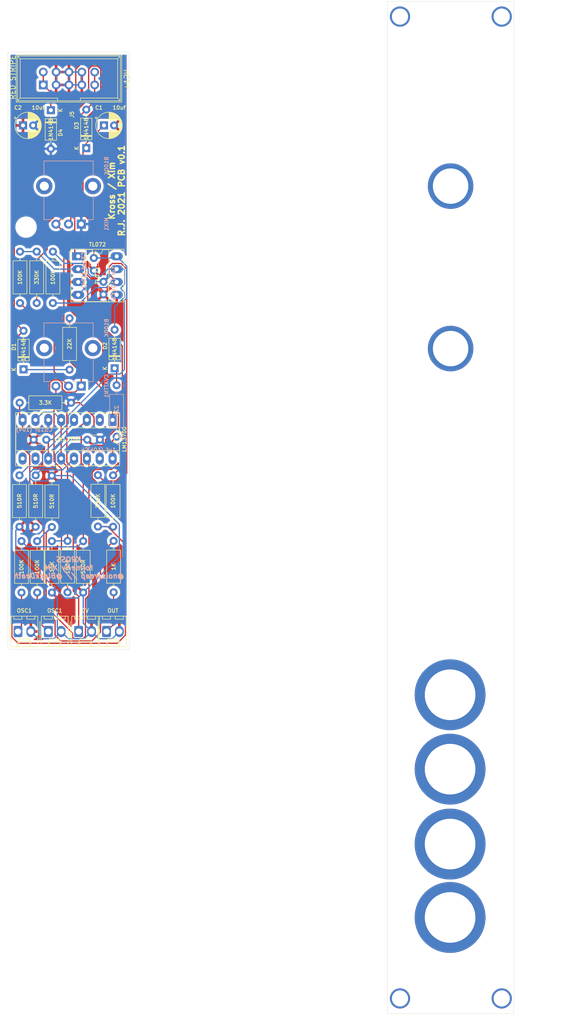
<source format=kicad_pcb>
(kicad_pcb (version 20171130) (host pcbnew "(5.1.12-1-10_14)")
  (layers (0 F.Cu signal) (31 B.Cu signal) (34 B.Paste user) (35 F.Paste user) (36 B.SilkS user) (37 F.SilkS user) (38 B.Mask user) (39 F.Mask user) (44 Edge.Cuts user))
  (net 0 "")
  (net 1 "Net-(C1-Pad1)")
  (net 2 "Net-(C2-Pad2)")
  (net 3 "Net-(CVATTN1-Pad3)")
  (net 4 "Net-(CVATTN1-Pad2)")
  (net 5 "Net-(CVATTN1-Pad1)")
  (net 6 GND)
  (net 7 "Net-(J2-Pad1)")
  (net 8 "Net-(J3-Pad1)")
  (net 9 "Net-(J4-Pad1)")
  (net 10 "Net-(MIX1-Pad2)")
  (net 11 "Net-(R11-Pad1)")
  (net 12 "Net-(U1-Pad9)")
  (net 13 "Net-(U1-Pad2)")
  (net 14 "Net-(U1-Pad10)")
  (net 15 "Net-(R1-Pad2)")
  (net 16 "Net-(R7-Pad2)")
  (net 17 "Net-(R14-Pad1)")
  (net 18 "Net-(R8-Pad2)")
  (net 19 "Net-(R2-Pad2)")
  (net 20 "Net-(U1-Pad15)")
  (net 21 "Net-(R16-Pad2)")
  (net 22 "Net-(R12-Pad1)")
  (net 23 "Net-(D1-Pad2)")
  (net 24 "Net-(R3-Pad2)")
  (net 25 "Net-(R10-Pad2)")
  (net 26 "Net-(D2-Pad2)")
  (net 27 "Net-(D1-Pad1)")
  (net 28 "Net-(D2-Pad1)")
  (net 29 "Net-(D4-Pad1)")
  (module ao_panel:Kosmo_Pot_Hole (layer F.Cu) (at 112.5 88.6)
    (fp_text reference REF** hide)
    (fp_text value Kosmo_Pot_Hole)
    (pad 1 thru_hole circle (at 0 0) (size 9 9) (drill 7) (layers *.Cu *.Mask))
  )
  (module ao_panel:Kosmo_Pot_Hole (layer F.Cu) (at 112.5 56.5)
    (fp_text reference REF** hide)
    (fp_text value Kosmo_Pot_Hole)
    (pad 1 thru_hole circle (at 0 0) (size 9 9) (drill 7) (layers *.Cu *.Mask))
  )
  (module ao_panel:Kosmo_Panel_Dual_Mounting_Holes (layer F.Cu) (at 122.6 217)
    (fp_text reference REF** hide)
    (fp_text value Kosmo_Panel_Dual_Mounting_Holes)
    (pad 1 thru_hole circle (at 0 -194) (size 4 4) (drill 3.2) (layers *.Cu *.Mask))
    (pad 1 thru_hole circle (at 0 0) (size 4 4) (drill 3.2) (layers *.Cu *.Mask))
  )
  (module ao_panel:Kosmo_Panel_Dual_Mounting_Holes (layer F.Cu) (at 102.5 217)
    (fp_text reference REF** hide)
    (fp_text value Kosmo_Panel_Dual_Mounting_Holes)
    (pad 1 thru_hole circle (at 0 -194) (size 4 4) (drill 3.2) (layers *.Cu *.Mask))
    (pad 1 thru_hole circle (at 0 0) (size 4 4) (drill 3.2) (layers *.Cu *.Mask))
  )
  (module ao_panel:Kosmo_Jack_Hole (layer F.Cu) (at 112.4 157)
    (fp_text reference REF** hide)
    (fp_text value Kosmo_Jack_Hole)
    (pad 1 thru_hole circle (at 0 0) (size 14 14) (drill 10) (layers *.Cu *.Mask))
  )
  (module ao_panel:Kosmo_Jack_Hole (layer F.Cu) (at 112.4 171.7)
    (fp_text reference REF** hide)
    (fp_text value Kosmo_Jack_Hole)
    (pad 1 thru_hole circle (at 0 0) (size 14 14) (drill 10) (layers *.Cu *.Mask))
  )
  (module ao_panel:Kosmo_Jack_Hole (layer F.Cu) (at 112.4 186.5)
    (fp_text reference REF** hide)
    (fp_text value Kosmo_Jack_Hole)
    (pad 1 thru_hole circle (at 0 0) (size 14 14) (drill 10) (layers *.Cu *.Mask))
  )
  (module ao_panel:Kosmo_Jack_Hole (layer F.Cu) (at 112.4 201)
    (fp_text reference REF** hide)
    (fp_text value Kosmo_Jack_Hole)
    (pad 1 thru_hole circle (at 0 0) (size 14 14) (drill 10) (layers *.Cu *.Mask))
  )
  (module ao_tht:CP_Radial_D5.0mm_P2.00mm (layer F.Cu) (at 44 44.5)
    (fp_text reference C1 (at -1 -3.5) (layer F.SilkS) (effects (font (size 0.75 0.75))))
    (fp_text value 10uf)
    (fp_text user %V (at 3 -3.5) (layer F.SilkS) (effects (font (size 0.75 0.75))))
    (pad 1 thru_hole rect (at 0 0) (size 1.6 1.6) (drill 0.8) (layers *.Cu *.Mask) (net 1 "Net-(C1-Pad1)"))
    (pad 2 thru_hole circle (at 2 0) (size 1.6 1.6) (drill 0.8) (layers *.Cu *.Mask) (net 6 GND))
  )
  (module ao_tht:CP_Radial_D5.0mm_P2.00mm (layer F.Cu) (at 28 44.5)
    (fp_text reference C2 (at -1 -3.5) (layer F.SilkS) (effects (font (size 0.75 0.75))))
    (fp_text value 10uf)
    (fp_text user %V (at 3 -3.5) (layer F.SilkS) (effects (font (size 0.75 0.75))))
    (pad 2 thru_hole circle (at 2 0) (size 1.6 1.6) (drill 0.8) (layers *.Cu *.Mask) (net 2 "Net-(C2-Pad2)"))
    (pad 1 thru_hole rect (at 0 0) (size 1.6 1.6) (drill 0.8) (layers *.Cu *.Mask) (net 6 GND))
  )
  (module ao_tht:C_Disc_D3.0mm_W1.6mm_P2.50mm (layer B.Cu) (at 42 70.7 270)
    (fp_text reference C3 (at -0.5 2 270) (layer B.SilkS) (effects (font (size 0.75 0.75)) (justify mirror)))
    (fp_text value ".1uf (104)")
    (fp_text user %V (at 3 2 270) (layer B.SilkS) (effects (font (size 0.75 0.75)) (justify mirror)))
    (pad 1 thru_hole circle (at 0 0 270) (size 1.6 1.6) (drill 0.8) (layers *.Cu *.Mask) (net 1 "Net-(C1-Pad1)"))
    (pad 2 thru_hole circle (at 2.5 0 270) (size 1.6 1.6) (drill 0.8) (layers *.Cu *.Mask) (net 6 GND))
  )
  (module ao_tht:C_Disc_D3.0mm_W1.6mm_P2.50mm (layer B.Cu) (at 40.7 106.6)
    (fp_text reference C4 (at -0.5 2 180) (layer B.SilkS) (effects (font (size 0.75 0.75)) (justify mirror)))
    (fp_text value ".1uf (104)")
    (fp_text user %V (at 3 2 180) (layer B.SilkS) (effects (font (size 0.75 0.75)) (justify mirror)))
    (pad 1 thru_hole circle (at 0 0) (size 1.6 1.6) (drill 0.8) (layers *.Cu *.Mask) (net 6 GND))
    (pad 2 thru_hole circle (at 2.5 0) (size 1.6 1.6) (drill 0.8) (layers *.Cu *.Mask) (net 2 "Net-(C2-Pad2)"))
  )
  (module ao_tht:C_Disc_D3.0mm_W1.6mm_P2.50mm (layer B.Cu) (at 32.6 106.6 180)
    (fp_text reference C5 (at -0.5 2) (layer B.SilkS) (effects (font (size 0.75 0.75)) (justify mirror)))
    (fp_text value ".1uf (104)")
    (fp_text user %V (at 3 2) (layer B.SilkS) (effects (font (size 0.75 0.75)) (justify mirror)))
    (pad 2 thru_hole circle (at 2.5 0 180) (size 1.6 1.6) (drill 0.8) (layers *.Cu *.Mask) (net 6 GND))
    (pad 1 thru_hole circle (at 0 0 180) (size 1.6 1.6) (drill 0.8) (layers *.Cu *.Mask) (net 1 "Net-(C1-Pad1)"))
  )
  (module ao_tht:C_Disc_D3.0mm_W1.6mm_P2.50mm (layer B.Cu) (at 43.9 77.9 90)
    (fp_text reference C6 (at -0.5 2 -90) (layer B.SilkS) (effects (font (size 0.75 0.75)) (justify mirror)))
    (fp_text value ".1uf (104)")
    (fp_text user %V (at 3 2 -90) (layer B.SilkS) (effects (font (size 0.75 0.75)) (justify mirror)))
    (pad 2 thru_hole circle (at 2.5 0 90) (size 1.6 1.6) (drill 0.8) (layers *.Cu *.Mask) (net 2 "Net-(C2-Pad2)"))
    (pad 1 thru_hole circle (at 0 0 90) (size 1.6 1.6) (drill 0.8) (layers *.Cu *.Mask) (net 6 GND))
  )
  (module ao_tht:Potentiometer_Alpha_RD901F-40-00D_Single_Vertical_CircularHoles_centered (layer B.Cu) (at 37 88.5 90)
    (fp_text reference CVATTN1 (at -7.5 7.5 270) (layer B.SilkS) (effects (font (size 0.75 0.75)) (justify mirror)))
    (fp_text value B100K)
    (fp_text user %V (at 4 7.5 90) (layer B.SilkS) (effects (font (size 0.75 0.75)) (justify mirror)))
    (pad "" thru_hole circle (at 0 4.8) (size 3.24 3.24) (drill 1.8) (layers *.Cu *.Mask))
    (pad "" thru_hole circle (at 0 -4.8) (size 3.24 3.24) (drill 1.8) (layers *.Cu *.Mask))
    (pad 3 thru_hole circle (at -7.5 -2.5) (size 1.8 1.8) (drill 1) (layers *.Cu *.Mask) (net 3 "Net-(CVATTN1-Pad3)"))
    (pad 2 thru_hole circle (at -7.5 0) (size 1.8 1.8) (drill 1) (layers *.Cu *.Mask) (net 4 "Net-(CVATTN1-Pad2)"))
    (pad 1 thru_hole rect (at -7.5 2.5) (size 1.8 1.8) (drill 1) (layers *.Cu *.Mask) (net 5 "Net-(CVATTN1-Pad1)"))
  )
  (module ao_tht:D_DO-35_SOD27_P7.62mm_Horizontal (layer F.Cu) (at 28.1 92.7 90)
    (fp_text reference D1 (at 4.445 -1.905 90) (layer F.SilkS) (effects (font (size 0.75 0.75))))
    (fp_text value 1N4148)
    (fp_text user %V (at 3.81 0 90) (layer F.SilkS) (effects (font (size 0.75 0.75))))
    (fp_text user K (at 0 -1.905 90) (layer F.SilkS) (effects (font (size 0.75 0.75))))
    (pad 1 thru_hole rect (at 0 0 90) (size 1.6 1.6) (drill 0.8) (layers *.Cu *.Mask) (net 27 "Net-(D1-Pad1)"))
    (pad 2 thru_hole oval (at 7.62 0 90) (size 1.6 1.6) (drill 0.8) (layers *.Cu *.Mask) (net 23 "Net-(D1-Pad2)"))
  )
  (module ao_tht:D_DO-35_SOD27_P7.62mm_Horizontal (layer F.Cu) (at 46.1 92.5 90)
    (fp_text reference D2 (at 4.445 -1.905 90) (layer F.SilkS) (effects (font (size 0.75 0.75))))
    (fp_text value 1N4148)
    (fp_text user K (at 0 -1.905 90) (layer F.SilkS) (effects (font (size 0.75 0.75))))
    (fp_text user %V (at 3.81 0 90) (layer F.SilkS) (effects (font (size 0.75 0.75))))
    (pad 2 thru_hole oval (at 7.62 0 90) (size 1.6 1.6) (drill 0.8) (layers *.Cu *.Mask) (net 26 "Net-(D2-Pad2)"))
    (pad 1 thru_hole rect (at 0 0 90) (size 1.6 1.6) (drill 0.8) (layers *.Cu *.Mask) (net 28 "Net-(D2-Pad1)"))
  )
  (module ao_tht:D_DO-35_SOD27_P7.62mm_Horizontal (layer F.Cu) (at 40.5 49 90)
    (fp_text reference D3 (at 4.445 -1.905 90) (layer F.SilkS) (effects (font (size 0.75 0.75))))
    (fp_text value 1N4148)
    (fp_text user %V (at 3.81 0 90) (layer F.SilkS) (effects (font (size 0.75 0.75))))
    (fp_text user K (at 0 -1.905 90) (layer F.SilkS) (effects (font (size 0.75 0.75))))
    (pad 1 thru_hole rect (at 0 0 90) (size 1.6 1.6) (drill 0.8) (layers *.Cu *.Mask) (net 1 "Net-(C1-Pad1)"))
    (pad 2 thru_hole oval (at 7.62 0 90) (size 1.6 1.6) (drill 0.8) (layers *.Cu *.Mask) (net 5 "Net-(CVATTN1-Pad1)"))
  )
  (module ao_tht:D_DO-35_SOD27_P7.62mm_Horizontal (layer F.Cu) (at 33.5 41.5 270)
    (fp_text reference D4 (at 4.445 -1.905 90) (layer F.SilkS) (effects (font (size 0.75 0.75))))
    (fp_text value 1N4148)
    (fp_text user K (at 0 -1.905 90) (layer F.SilkS) (effects (font (size 0.75 0.75))))
    (fp_text user %V (at 3.81 0 90) (layer F.SilkS) (effects (font (size 0.75 0.75))))
    (pad 2 thru_hole oval (at 7.62 0 270) (size 1.6 1.6) (drill 0.8) (layers *.Cu *.Mask) (net 2 "Net-(C2-Pad2)"))
    (pad 1 thru_hole rect (at 0 0 270) (size 1.6 1.6) (drill 0.8) (layers *.Cu *.Mask) (net 29 "Net-(D4-Pad1)"))
  )
  (module ao_tht:MountingHole_3.2mm_M3 (layer F.Cu) (at 28.6 64.6)
    (fp_text reference H2 hide)
    (fp_text value MountingHole)
    (pad 1 np_thru_hole circle (at 0 0) (size 3.2 3.2) (drill 3.2) (layers *.Cu *.Mask))
  )
  (module ao_tht:Molex_KK-254_AE-6410-02A_1x02_P2.54mm_Vertical (layer F.Cu) (at 39 144.5)
    (fp_text reference CV (at 1.27 -4.12) (layer F.SilkS) (effects (font (size 0.75 0.75))))
    (fp_text value CV)
    (pad 1 thru_hole roundrect (at 0 0) (size 1.74 2.2) (drill 1.2) (layers *.Cu *.Mask) (roundrect_rratio 0.143678) (net 3 "Net-(CVATTN1-Pad3)"))
    (pad 2 thru_hole oval (at 2.54 0) (size 1.74 2.2) (drill 1.2) (layers *.Cu *.Mask) (net 6 GND))
  )
  (module ao_tht:Molex_KK-254_AE-6410-02A_1x02_P2.54mm_Vertical (layer F.Cu) (at 27 144.5)
    (fp_text reference OSC1 (at 1.27 -4.12) (layer F.SilkS) (effects (font (size 0.75 0.75))))
    (fp_text value OSC1)
    (pad 2 thru_hole oval (at 2.54 0) (size 1.74 2.2) (drill 1.2) (layers *.Cu *.Mask) (net 6 GND))
    (pad 1 thru_hole roundrect (at 0 0) (size 1.74 2.2) (drill 1.2) (layers *.Cu *.Mask) (roundrect_rratio 0.143678) (net 7 "Net-(J2-Pad1)"))
  )
  (module ao_tht:Molex_KK-254_AE-6410-02A_1x02_P2.54mm_Vertical (layer F.Cu) (at 33 144.5)
    (fp_text reference OSC1 (at 1.27 -4.12) (layer F.SilkS) (effects (font (size 0.75 0.75))))
    (fp_text value OSC2)
    (pad 1 thru_hole roundrect (at 0 0) (size 1.74 2.2) (drill 1.2) (layers *.Cu *.Mask) (roundrect_rratio 0.143678) (net 8 "Net-(J3-Pad1)"))
    (pad 2 thru_hole oval (at 2.54 0) (size 1.74 2.2) (drill 1.2) (layers *.Cu *.Mask) (net 6 GND))
  )
  (module ao_tht:Molex_KK-254_AE-6410-02A_1x02_P2.54mm_Vertical (layer F.Cu) (at 44.5 144.5)
    (fp_text reference OUT (at 1.27 -4.12) (layer F.SilkS) (effects (font (size 0.75 0.75))))
    (fp_text value OUT)
    (pad 2 thru_hole oval (at 2.54 0) (size 1.74 2.2) (drill 1.2) (layers *.Cu *.Mask) (net 6 GND))
    (pad 1 thru_hole roundrect (at 0 0) (size 1.74 2.2) (drill 1.2) (layers *.Cu *.Mask) (roundrect_rratio 0.143678) (net 9 "Net-(J4-Pad1)"))
  )
  (module ao_tht:Power_Header (layer F.Cu) (at 32 36.5 90)
    (fp_text reference J5 (at -5.85 5.67 90) (layer F.SilkS) (effects (font (size 0.75 0.75))))
    (fp_text value Synth_power_2x5)
    (fp_text user +12V (at 1 16.5 90) (layer F.SilkS))
    (fp_text user "RED STRIPE" (at 1.5 -6 90) (layer F.SilkS))
    (pad 1 thru_hole rect (at 0 0 90) (size 1.7272 1.7272) (drill 1.016) (layers *.Cu *.Mask) (net 29 "Net-(D4-Pad1)"))
    (pad 2 thru_hole oval (at 2.54 0 90) (size 1.7272 1.7272) (drill 1.016) (layers *.Cu *.Mask) (net 29 "Net-(D4-Pad1)"))
    (pad 3 thru_hole oval (at 0 2.54 90) (size 1.7272 1.7272) (drill 1.016) (layers *.Cu *.Mask) (net 6 GND))
    (pad 4 thru_hole oval (at 2.54 2.54 90) (size 1.7272 1.7272) (drill 1.016) (layers *.Cu *.Mask) (net 6 GND))
    (pad 5 thru_hole oval (at 0 5.08 90) (size 1.7272 1.7272) (drill 1.016) (layers *.Cu *.Mask) (net 6 GND))
    (pad 6 thru_hole oval (at 2.54 5.08 90) (size 1.7272 1.7272) (drill 1.016) (layers *.Cu *.Mask) (net 6 GND))
    (pad 7 thru_hole oval (at 0 7.62 90) (size 1.7272 1.7272) (drill 1.016) (layers *.Cu *.Mask) (net 6 GND))
    (pad 8 thru_hole oval (at 2.54 7.62 90) (size 1.7272 1.7272) (drill 1.016) (layers *.Cu *.Mask) (net 6 GND))
    (pad 9 thru_hole oval (at 0 10.16 90) (size 1.7272 1.7272) (drill 1.016) (layers *.Cu *.Mask) (net 5 "Net-(CVATTN1-Pad1)"))
    (pad 10 thru_hole oval (at 2.54 10.16 90) (size 1.7272 1.7272) (drill 1.016) (layers *.Cu *.Mask) (net 5 "Net-(CVATTN1-Pad1)"))
  )
  (module ao_tht:Potentiometer_Alpha_RD901F-40-00D_Single_Vertical_CircularHoles_centered (layer B.Cu) (at 37 56.5 90)
    (fp_text reference MIX1 (at -7.5 7.5 90) (layer B.SilkS) (effects (font (size 0.75 0.75)) (justify mirror)))
    (fp_text value B100K)
    (fp_text user %V (at 4 7.5 90) (layer B.SilkS) (effects (font (size 0.75 0.75)) (justify mirror)))
    (pad 1 thru_hole rect (at -7.5 2.5) (size 1.8 1.8) (drill 1) (layers *.Cu *.Mask) (net 2 "Net-(C2-Pad2)"))
    (pad 2 thru_hole circle (at -7.5 0) (size 1.8 1.8) (drill 1) (layers *.Cu *.Mask) (net 10 "Net-(MIX1-Pad2)"))
    (pad 3 thru_hole circle (at -7.5 -2.5) (size 1.8 1.8) (drill 1) (layers *.Cu *.Mask) (net 5 "Net-(CVATTN1-Pad1)"))
    (pad "" thru_hole circle (at 0 -4.8) (size 3.24 3.24) (drill 1.8) (layers *.Cu *.Mask))
    (pad "" thru_hole circle (at 0 4.8) (size 3.24 3.24) (drill 1.8) (layers *.Cu *.Mask))
  )
  (module ao_tht:R_Axial_DIN0207_L6.3mm_D2.5mm_P10.16mm_Horizontal (layer F.Cu) (at 27.7 136.8 90)
    (fp_text reference R1 hide)
    (fp_text value 100K)
    (fp_text user %V (at 5.08 0 90) (layer F.SilkS) (effects (font (size 0.75 0.75))))
    (pad 1 thru_hole circle (at 0 0 90) (size 1.6 1.6) (drill 0.8) (layers *.Cu *.Mask) (net 7 "Net-(J2-Pad1)"))
    (pad 2 thru_hole oval (at 10.16 0 90) (size 1.6 1.6) (drill 0.8) (layers *.Cu *.Mask) (net 15 "Net-(R1-Pad2)"))
  )
  (module ao_tht:R_Axial_DIN0207_L6.3mm_D2.5mm_P10.16mm_Horizontal (layer F.Cu) (at 30.8 136.8 90)
    (fp_text reference R2 hide)
    (fp_text value 100K)
    (fp_text user %V (at 5.08 0 90) (layer F.SilkS) (effects (font (size 0.75 0.75))))
    (pad 2 thru_hole oval (at 10.16 0 90) (size 1.6 1.6) (drill 0.8) (layers *.Cu *.Mask) (net 19 "Net-(R2-Pad2)"))
    (pad 1 thru_hole circle (at 0 0 90) (size 1.6 1.6) (drill 0.8) (layers *.Cu *.Mask) (net 8 "Net-(J3-Pad1)"))
  )
  (module ao_tht:R_Axial_DIN0207_L6.3mm_D2.5mm_P10.16mm_Horizontal (layer F.Cu) (at 27.4 79.6 90)
    (fp_text reference R3 hide)
    (fp_text value 100K)
    (fp_text user %V (at 5.08 0 90) (layer F.SilkS) (effects (font (size 0.75 0.75))))
    (pad 1 thru_hole circle (at 0 0 90) (size 1.6 1.6) (drill 0.8) (layers *.Cu *.Mask) (net 4 "Net-(CVATTN1-Pad2)"))
    (pad 2 thru_hole oval (at 10.16 0 90) (size 1.6 1.6) (drill 0.8) (layers *.Cu *.Mask) (net 24 "Net-(R3-Pad2)"))
  )
  (module ao_tht:R_Axial_DIN0207_L6.3mm_D2.5mm_P10.16mm_Horizontal (layer F.Cu) (at 30.7 79.6 90)
    (fp_text reference R4 hide)
    (fp_text value 330K)
    (fp_text user %V (at 5.08 0 90) (layer F.SilkS) (effects (font (size 0.75 0.75))))
    (pad 2 thru_hole oval (at 10.16 0 90) (size 1.6 1.6) (drill 0.8) (layers *.Cu *.Mask) (net 24 "Net-(R3-Pad2)"))
    (pad 1 thru_hole circle (at 0 0 90) (size 1.6 1.6) (drill 0.8) (layers *.Cu *.Mask) (net 10 "Net-(MIX1-Pad2)"))
  )
  (module ao_tht:R_Axial_DIN0207_L6.3mm_D2.5mm_P10.16mm_Horizontal (layer F.Cu) (at 33.7 113.7 270)
    (fp_text reference R5 hide)
    (fp_text value 510R)
    (fp_text user %V (at 5.08 0 90) (layer F.SilkS) (effects (font (size 0.75 0.75))))
    (pad 1 thru_hole circle (at 0 0 270) (size 1.6 1.6) (drill 0.8) (layers *.Cu *.Mask) (net 6 GND))
    (pad 2 thru_hole oval (at 10.16 0 270) (size 1.6 1.6) (drill 0.8) (layers *.Cu *.Mask) (net 19 "Net-(R2-Pad2)"))
  )
  (module ao_tht:R_Axial_DIN0207_L6.3mm_D2.5mm_P10.16mm_Horizontal (layer F.Cu) (at 39.9 136.8 90)
    (fp_text reference R6 hide)
    (fp_text value 510R)
    (fp_text user %V (at 5.08 0 90) (layer F.SilkS) (effects (font (size 0.75 0.75))))
    (pad 2 thru_hole oval (at 10.16 0 90) (size 1.6 1.6) (drill 0.8) (layers *.Cu *.Mask) (net 15 "Net-(R1-Pad2)"))
    (pad 1 thru_hole circle (at 0 0 90) (size 1.6 1.6) (drill 0.8) (layers *.Cu *.Mask) (net 6 GND))
  )
  (module ao_tht:R_Axial_DIN0207_L6.3mm_D2.5mm_P10.16mm_Horizontal (layer F.Cu) (at 27.3 123.8 90)
    (fp_text reference R7 hide)
    (fp_text value 510R)
    (fp_text user %V (at 5.08 0 90) (layer F.SilkS) (effects (font (size 0.75 0.75))))
    (pad 1 thru_hole circle (at 0 0 90) (size 1.6 1.6) (drill 0.8) (layers *.Cu *.Mask) (net 6 GND))
    (pad 2 thru_hole oval (at 10.16 0 90) (size 1.6 1.6) (drill 0.8) (layers *.Cu *.Mask) (net 16 "Net-(R7-Pad2)"))
  )
  (module ao_tht:R_Axial_DIN0207_L6.3mm_D2.5mm_P10.16mm_Horizontal (layer F.Cu) (at 30.5 123.8 90)
    (fp_text reference R8 hide)
    (fp_text value 510R)
    (fp_text user %V (at 5.08 0 90) (layer F.SilkS) (effects (font (size 0.75 0.75))))
    (pad 2 thru_hole oval (at 10.16 0 90) (size 1.6 1.6) (drill 0.8) (layers *.Cu *.Mask) (net 18 "Net-(R8-Pad2)"))
    (pad 1 thru_hole circle (at 0 0 90) (size 1.6 1.6) (drill 0.8) (layers *.Cu *.Mask) (net 6 GND))
  )
  (module ao_tht:R_Axial_DIN0207_L6.3mm_D2.5mm_P10.16mm_Horizontal (layer F.Cu) (at 42.8 113.6 270)
    (fp_text reference R9 hide)
    (fp_text value 330K)
    (fp_text user %V (at 5.08 0 90) (layer F.SilkS) (effects (font (size 0.75 0.75))))
    (pad 2 thru_hole oval (at 10.16 0 270) (size 1.6 1.6) (drill 0.8) (layers *.Cu *.Mask) (net 23 "Net-(D1-Pad2)"))
    (pad 1 thru_hole circle (at 0 0 270) (size 1.6 1.6) (drill 0.8) (layers *.Cu *.Mask) (net 24 "Net-(R3-Pad2)"))
  )
  (module ao_tht:R_Axial_DIN0207_L6.3mm_D2.5mm_P10.16mm_Horizontal (layer F.Cu) (at 45.8 123.8 90)
    (fp_text reference R10 hide)
    (fp_text value 100K)
    (fp_text user %V (at 5.08 0 90) (layer F.SilkS) (effects (font (size 0.75 0.75))))
    (pad 1 thru_hole circle (at 0 0 90) (size 1.6 1.6) (drill 0.8) (layers *.Cu *.Mask) (net 23 "Net-(D1-Pad2)"))
    (pad 2 thru_hole oval (at 10.16 0 90) (size 1.6 1.6) (drill 0.8) (layers *.Cu *.Mask) (net 25 "Net-(R10-Pad2)"))
  )
  (module ao_tht:R_Axial_DIN0207_L6.3mm_D2.5mm_P10.16mm_Horizontal (layer F.Cu) (at 37.2 82.6 270)
    (fp_text reference R11 hide)
    (fp_text value 22K)
    (fp_text user %V (at 5.08 0 90) (layer F.SilkS) (effects (font (size 0.75 0.75))))
    (pad 2 thru_hole oval (at 10.16 0 270) (size 1.6 1.6) (drill 0.8) (layers *.Cu *.Mask) (net 27 "Net-(D1-Pad1)"))
    (pad 1 thru_hole circle (at 0 0 270) (size 1.6 1.6) (drill 0.8) (layers *.Cu *.Mask) (net 11 "Net-(R11-Pad1)"))
  )
  (module ao_tht:R_Axial_DIN0207_L6.3mm_D2.5mm_P10.16mm_Horizontal (layer B.Cu) (at 46.5 106 90)
    (fp_text reference R12 hide)
    (fp_text value 22K)
    (fp_text user %V (at 5.08 0 270) (layer B.SilkS) (effects (font (size 0.75 0.75)) (justify mirror)))
    (pad 2 thru_hole oval (at 10.16 0 90) (size 1.6 1.6) (drill 0.8) (layers *.Cu *.Mask) (net 28 "Net-(D2-Pad1)"))
    (pad 1 thru_hole circle (at 0 0 90) (size 1.6 1.6) (drill 0.8) (layers *.Cu *.Mask) (net 22 "Net-(R12-Pad1)"))
  )
  (module ao_tht:R_Axial_DIN0207_L6.3mm_D2.5mm_P10.16mm_Horizontal (layer F.Cu) (at 33.9 79.6 90)
    (fp_text reference R13 hide)
    (fp_text value 100K)
    (fp_text user %V (at 5.08 0 90) (layer F.SilkS) (effects (font (size 0.75 0.75))))
    (pad 1 thru_hole circle (at 0 0 90) (size 1.6 1.6) (drill 0.8) (layers *.Cu *.Mask) (net 25 "Net-(R10-Pad2)"))
    (pad 2 thru_hole oval (at 10.16 0 90) (size 1.6 1.6) (drill 0.8) (layers *.Cu *.Mask) (net 26 "Net-(D2-Pad2)"))
  )
  (module ao_tht:R_Axial_DIN0207_L6.3mm_D2.5mm_P10.16mm_Horizontal (layer F.Cu) (at 36.8 126.6 270)
    (fp_text reference R14 hide)
    (fp_text value 100K)
    (fp_text user %V (at 5.08 0 90) (layer F.SilkS) (effects (font (size 0.75 0.75))))
    (pad 1 thru_hole circle (at 0 0 270) (size 1.6 1.6) (drill 0.8) (layers *.Cu *.Mask) (net 17 "Net-(R14-Pad1)"))
    (pad 2 thru_hole oval (at 10.16 0 270) (size 1.6 1.6) (drill 0.8) (layers *.Cu *.Mask) (net 5 "Net-(CVATTN1-Pad1)"))
  )
  (module ao_tht:R_Axial_DIN0207_L6.3mm_D2.5mm_P10.16mm_Horizontal (layer F.Cu) (at 33.7 136.8 90)
    (fp_text reference R15 hide)
    (fp_text value 15K)
    (fp_text user %V (at 5.08 0 90) (layer F.SilkS) (effects (font (size 0.75 0.75))))
    (pad 2 thru_hole oval (at 10.16 0 90) (size 1.6 1.6) (drill 0.8) (layers *.Cu *.Mask) (net 17 "Net-(R14-Pad1)"))
    (pad 1 thru_hole circle (at 0 0 90) (size 1.6 1.6) (drill 0.8) (layers *.Cu *.Mask) (net 6 GND))
  )
  (module ao_tht:R_Axial_DIN0207_L6.3mm_D2.5mm_P10.16mm_Horizontal (layer F.Cu) (at 37.5 99.3 180)
    (fp_text reference R16 hide)
    (fp_text value 3.3K)
    (fp_text user %V (at 5.08 0) (layer F.SilkS) (effects (font (size 0.75 0.75))))
    (pad 1 thru_hole circle (at 0 0 180) (size 1.6 1.6) (drill 0.8) (layers *.Cu *.Mask) (net 2 "Net-(C2-Pad2)"))
    (pad 2 thru_hole oval (at 10.16 0 180) (size 1.6 1.6) (drill 0.8) (layers *.Cu *.Mask) (net 21 "Net-(R16-Pad2)"))
  )
  (module ao_tht:R_Axial_DIN0207_L6.3mm_D2.5mm_P10.16mm_Horizontal (layer F.Cu) (at 45.9 126.6 270)
    (fp_text reference R17 hide)
    (fp_text value 1K)
    (fp_text user %V (at 5.08 0 90) (layer F.SilkS) (effects (font (size 0.75 0.75))))
    (pad 1 thru_hole circle (at 0 0 270) (size 1.6 1.6) (drill 0.8) (layers *.Cu *.Mask) (net 21 "Net-(R16-Pad2)"))
    (pad 2 thru_hole oval (at 10.16 0 270) (size 1.6 1.6) (drill 0.8) (layers *.Cu *.Mask) (net 9 "Net-(J4-Pad1)"))
  )
  (module ao_tht:DIP-16_W7.62mm_Socket_LongPads (layer F.Cu) (at 45.7 102.7 270)
    (fp_text reference LM13700 (at 3.81 -2.33 90) (layer F.SilkS) (effects (font (size 0.75 0.75))))
    (fp_text value LM13700)
    (fp_text user %V (at 3.81 8.89) (layer F.SilkS) (effects (font (size 0.75 0.75))))
    (pad 1 thru_hole rect (at 0 0 270) (size 2.4 1.6) (drill 0.8) (layers *.Cu *.Mask) (net 11 "Net-(R11-Pad1)"))
    (pad 9 thru_hole oval (at 7.62 17.78 270) (size 2.4 1.6) (drill 0.8) (layers *.Cu *.Mask) (net 12 "Net-(U1-Pad9)"))
    (pad 2 thru_hole oval (at 0 2.54 270) (size 2.4 1.6) (drill 0.8) (layers *.Cu *.Mask) (net 13 "Net-(U1-Pad2)"))
    (pad 10 thru_hole oval (at 7.62 15.24 270) (size 2.4 1.6) (drill 0.8) (layers *.Cu *.Mask) (net 14 "Net-(U1-Pad10)"))
    (pad 3 thru_hole oval (at 0 5.08 270) (size 2.4 1.6) (drill 0.8) (layers *.Cu *.Mask) (net 15 "Net-(R1-Pad2)"))
    (pad 11 thru_hole oval (at 7.62 12.7 270) (size 2.4 1.6) (drill 0.8) (layers *.Cu *.Mask) (net 1 "Net-(C1-Pad1)"))
    (pad 4 thru_hole oval (at 0 7.62 270) (size 2.4 1.6) (drill 0.8) (layers *.Cu *.Mask) (net 16 "Net-(R7-Pad2)"))
    (pad 12 thru_hole oval (at 7.62 10.16 270) (size 2.4 1.6) (drill 0.8) (layers *.Cu *.Mask) (net 17 "Net-(R14-Pad1)"))
    (pad 5 thru_hole oval (at 0 10.16 270) (size 2.4 1.6) (drill 0.8) (layers *.Cu *.Mask) (net 17 "Net-(R14-Pad1)"))
    (pad 13 thru_hole oval (at 7.62 7.62 270) (size 2.4 1.6) (drill 0.8) (layers *.Cu *.Mask) (net 18 "Net-(R8-Pad2)"))
    (pad 6 thru_hole oval (at 0 12.7 270) (size 2.4 1.6) (drill 0.8) (layers *.Cu *.Mask) (net 2 "Net-(C2-Pad2)"))
    (pad 14 thru_hole oval (at 7.62 5.08 270) (size 2.4 1.6) (drill 0.8) (layers *.Cu *.Mask) (net 19 "Net-(R2-Pad2)"))
    (pad 7 thru_hole oval (at 0 15.24 270) (size 2.4 1.6) (drill 0.8) (layers *.Cu *.Mask) (net 17 "Net-(R14-Pad1)"))
    (pad 15 thru_hole oval (at 7.62 2.54 270) (size 2.4 1.6) (drill 0.8) (layers *.Cu *.Mask) (net 20 "Net-(U1-Pad15)"))
    (pad 8 thru_hole oval (at 0 17.78 270) (size 2.4 1.6) (drill 0.8) (layers *.Cu *.Mask) (net 21 "Net-(R16-Pad2)"))
    (pad 16 thru_hole oval (at 7.62 0 270) (size 2.4 1.6) (drill 0.8) (layers *.Cu *.Mask) (net 22 "Net-(R12-Pad1)"))
  )
  (module ao_tht:DIP-8_W7.62mm_Socket_LongPads (layer F.Cu) (at 38.9 70.36)
    (fp_text reference TL072 (at 3.81 -2.33) (layer F.SilkS) (effects (font (size 0.75 0.75))))
    (fp_text value TL072)
    (fp_text user %V (at 3.81 3.81 90) (layer F.SilkS) (effects (font (size 0.75 0.75))))
    (pad 1 thru_hole rect (at 0 0) (size 2.4 1.6) (drill 0.8) (layers *.Cu *.Mask) (net 23 "Net-(D1-Pad2)"))
    (pad 5 thru_hole oval (at 7.62 7.62) (size 2.4 1.6) (drill 0.8) (layers *.Cu *.Mask) (net 6 GND))
    (pad 2 thru_hole oval (at 0 2.54) (size 2.4 1.6) (drill 0.8) (layers *.Cu *.Mask) (net 24 "Net-(R3-Pad2)"))
    (pad 6 thru_hole oval (at 7.62 5.08) (size 2.4 1.6) (drill 0.8) (layers *.Cu *.Mask) (net 25 "Net-(R10-Pad2)"))
    (pad 3 thru_hole oval (at 0 5.08) (size 2.4 1.6) (drill 0.8) (layers *.Cu *.Mask) (net 6 GND))
    (pad 7 thru_hole oval (at 7.62 2.54) (size 2.4 1.6) (drill 0.8) (layers *.Cu *.Mask) (net 26 "Net-(D2-Pad2)"))
    (pad 4 thru_hole oval (at 0 7.62) (size 2.4 1.6) (drill 0.8) (layers *.Cu *.Mask) (net 2 "Net-(C2-Pad2)"))
    (pad 8 thru_hole oval (at 7.62 0) (size 2.4 1.6) (drill 0.8) (layers *.Cu *.Mask) (net 1 "Net-(C1-Pad1)"))
  )
  (gr_text "KROSS\nformerly XIM\n@noisereap // @BlackDeath" (at 37.1 131.9) (layer B.SilkS) (effects (font (size 1 1) (thickness 0.25) italic) (justify mirror)))
  (gr_text "Kross / Xim\nR.J. 2021 PCB v0.1" (at 46.5 57.4 90) (layer F.SilkS) (effects (font (size 1.2 1.2) (thickness 0.3))))
  (gr_line (start 49 30) (end 25 30) (layer Edge.Cuts) (width 0.05))
  (gr_line (start 49 148) (end 49 30) (layer Edge.Cuts) (width 0.05))
  (gr_line (start 25 148) (end 49 148) (layer Edge.Cuts) (width 0.05))
  (gr_line (start 25 30) (end 25 148) (layer Edge.Cuts) (width 0.05))
  (gr_line (start 125 20) (end 100 20) (layer Edge.Cuts) (width 0.05))
  (gr_line (start 125 220) (end 125 20) (layer Edge.Cuts) (width 0.05))
  (gr_line (start 100 220) (end 125 220) (layer Edge.Cuts) (width 0.05))
  (gr_line (start 100 20) (end 100 220) (layer Edge.Cuts) (width 0.05))
  (segment (start 40.5 48) (end 44 44.5) (width 0.25) (layer F.Cu) (net 1))
  (segment (start 40.5 49) (end 40.5 48) (width 0.25) (layer F.Cu) (net 1))
  (segment (start 42 64.114998) (end 42 70.7) (width 0.25) (layer F.Cu) (net 1))
  (segment (start 39.854999 49.645001) (end 39.854999 61.969997) (width 0.25) (layer F.Cu) (net 1))
  (segment (start 39.854999 61.969997) (end 42 64.114998) (width 0.25) (layer F.Cu) (net 1))
  (segment (start 40.5 49) (end 39.854999 49.645001) (width 0.25) (layer F.Cu) (net 1))
  (segment (start 33 107) (end 32.6 106.6) (width 0.25) (layer F.Cu) (net 1))
  (segment (start 33 110.32) (end 33 107) (width 0.25) (layer F.Cu) (net 1))
  (segment (start 46.18 70.7) (end 46.52 70.36) (width 0.25) (layer B.Cu) (net 1))
  (segment (start 42 70.7) (end 46.18 70.7) (width 0.25) (layer B.Cu) (net 1))
  (segment (start 42 70.7) (end 42 70.9) (width 0.25) (layer B.Cu) (net 1))
  (segment (start 48.04501 79.082404) (end 48.495021 78.632393) (width 0.25) (layer B.Cu) (net 1))
  (segment (start 45.163995 93.625001) (end 47.160001 93.625001) (width 0.25) (layer B.Cu) (net 1))
  (segment (start 47.160001 93.625001) (end 48.04501 92.739992) (width 0.25) (layer B.Cu) (net 1))
  (segment (start 48.04501 92.739992) (end 48.04501 79.082404) (width 0.25) (layer B.Cu) (net 1))
  (segment (start 36.95499 103.37638) (end 36.95499 101.834006) (width 0.25) (layer B.Cu) (net 1))
  (segment (start 32.6 106.6) (end 33.73137 106.6) (width 0.25) (layer B.Cu) (net 1))
  (segment (start 36.95499 101.834006) (end 45.163995 93.625001) (width 0.25) (layer B.Cu) (net 1))
  (segment (start 48.495021 72.335021) (end 46.52 70.36) (width 0.25) (layer B.Cu) (net 1))
  (segment (start 48.495021 78.632393) (end 48.495021 72.335021) (width 0.25) (layer B.Cu) (net 1))
  (segment (start 33.73137 106.6) (end 36.95499 103.37638) (width 0.25) (layer B.Cu) (net 1))
  (segment (start 41.48 75.4) (end 38.9 77.98) (width 0.25) (layer B.Cu) (net 2))
  (segment (start 43.9 75.4) (end 41.48 75.4) (width 0.25) (layer B.Cu) (net 2))
  (segment (start 39.211004 99.3) (end 37.5 99.3) (width 0.25) (layer F.Cu) (net 2))
  (segment (start 42.03499 102.123986) (end 39.211004 99.3) (width 0.25) (layer F.Cu) (net 2))
  (segment (start 42.03499 105.43499) (end 42.03499 102.123986) (width 0.25) (layer F.Cu) (net 2))
  (segment (start 43.2 106.6) (end 42.03499 105.43499) (width 0.25) (layer F.Cu) (net 2))
  (segment (start 36.66501 100.130012) (end 34.5 97.965002) (width 0.25) (layer F.Cu) (net 3))
  (segment (start 36.66501 111.06501) (end 36.66501 100.130012) (width 0.25) (layer F.Cu) (net 3))
  (segment (start 37.925001 112.325001) (end 36.66501 111.06501) (width 0.25) (layer F.Cu) (net 3))
  (segment (start 39 137.565002) (end 37.925001 136.490003) (width 0.25) (layer F.Cu) (net 3))
  (segment (start 34.5 97.965002) (end 34.5 96) (width 0.25) (layer F.Cu) (net 3))
  (segment (start 37.925001 136.490003) (end 37.925001 112.325001) (width 0.25) (layer F.Cu) (net 3))
  (segment (start 39 144.5) (end 39 137.565002) (width 0.25) (layer F.Cu) (net 3))
  (segment (start 34.145001 86.345001) (end 27.4 79.6) (width 0.25) (layer F.Cu) (net 4))
  (segment (start 34.145001 93.145001) (end 34.145001 86.345001) (width 0.25) (layer F.Cu) (net 4))
  (segment (start 37 96) (end 34.145001 93.145001) (width 0.25) (layer F.Cu) (net 4))
  (segment (start 35.725001 95.411999) (end 35.725001 96.538003) (width 0.25) (layer F.Cu) (net 5))
  (segment (start 35.088001 94.774999) (end 35.725001 95.411999) (width 0.25) (layer F.Cu) (net 5))
  (segment (start 36.411999 97.225001) (end 38.274999 97.225001) (width 0.25) (layer F.Cu) (net 5))
  (segment (start 33.911999 94.774999) (end 35.088001 94.774999) (width 0.25) (layer F.Cu) (net 5))
  (segment (start 33.274999 95.411999) (end 33.911999 94.774999) (width 0.25) (layer F.Cu) (net 5))
  (segment (start 33.274999 97.376411) (end 33.274999 95.411999) (width 0.25) (layer F.Cu) (net 5))
  (segment (start 35.725001 96.538003) (end 36.411999 97.225001) (width 0.25) (layer F.Cu) (net 5))
  (segment (start 34.12501 98.226422) (end 33.274999 97.376411) (width 0.25) (layer F.Cu) (net 5))
  (segment (start 34.12501 110.896014) (end 34.12501 98.226422) (width 0.25) (layer F.Cu) (net 5))
  (segment (start 35.6 112.371004) (end 34.12501 110.896014) (width 0.25) (layer F.Cu) (net 5))
  (segment (start 35.6 134.42863) (end 35.6 112.371004) (width 0.25) (layer F.Cu) (net 5))
  (segment (start 38.274999 97.225001) (end 39.5 96) (width 0.25) (layer F.Cu) (net 5))
  (segment (start 36.8 135.62863) (end 35.6 134.42863) (width 0.25) (layer F.Cu) (net 5))
  (segment (start 36.8 136.76) (end 36.8 135.62863) (width 0.25) (layer F.Cu) (net 5))
  (segment (start 42.16 33.96) (end 42.16 36.5) (width 0.25) (layer F.Cu) (net 5))
  (segment (start 42.16 39.72) (end 40.5 41.38) (width 0.25) (layer F.Cu) (net 5))
  (segment (start 42.16 36.5) (end 42.16 39.72) (width 0.25) (layer F.Cu) (net 5))
  (segment (start 34.5 64) (end 37 61.5) (width 0.25) (layer F.Cu) (net 5))
  (segment (start 37 44.88) (end 40.5 41.38) (width 0.25) (layer F.Cu) (net 5))
  (segment (start 37 61.5) (end 37 44.88) (width 0.25) (layer F.Cu) (net 5))
  (segment (start 36.074999 89.969997) (end 39.5 93.394998) (width 0.25) (layer F.Cu) (net 5))
  (segment (start 39.5 93.394998) (end 39.5 96) (width 0.25) (layer F.Cu) (net 5))
  (segment (start 36.074999 65.574999) (end 36.074999 89.969997) (width 0.25) (layer F.Cu) (net 5))
  (segment (start 34.5 64) (end 36.074999 65.574999) (width 0.25) (layer F.Cu) (net 5))
  (segment (start 41.825001 107.725001) (end 40.7 106.6) (width 0.25) (layer F.Cu) (net 6))
  (segment (start 44.325001 107.140001) (end 43.740001 107.725001) (width 0.25) (layer F.Cu) (net 6))
  (segment (start 46.825001 104.074999) (end 44.325001 106.574999) (width 0.25) (layer F.Cu) (net 6))
  (segment (start 43.740001 107.725001) (end 41.825001 107.725001) (width 0.25) (layer F.Cu) (net 6))
  (segment (start 46.825001 99.088591) (end 46.825001 104.074999) (width 0.25) (layer F.Cu) (net 6))
  (segment (start 43.745001 96.008591) (end 46.825001 99.088591) (width 0.25) (layer F.Cu) (net 6))
  (segment (start 43.745001 87.479999) (end 43.745001 96.008591) (width 0.25) (layer F.Cu) (net 6))
  (segment (start 37.37499 81.109988) (end 43.745001 87.479999) (width 0.25) (layer F.Cu) (net 6))
  (segment (start 44.325001 106.574999) (end 44.325001 107.140001) (width 0.25) (layer F.Cu) (net 6))
  (segment (start 37.37499 72.434006) (end 37.37499 81.109988) (width 0.25) (layer F.Cu) (net 6))
  (segment (start 38.034006 71.77499) (end 37.37499 72.434006) (width 0.25) (layer F.Cu) (net 6))
  (segment (start 39.765994 71.77499) (end 38.034006 71.77499) (width 0.25) (layer F.Cu) (net 6))
  (segment (start 40.42501 73.7886) (end 40.42501 72.434006) (width 0.25) (layer F.Cu) (net 6))
  (segment (start 43.9 77.26359) (end 40.42501 73.7886) (width 0.25) (layer F.Cu) (net 6))
  (segment (start 40.42501 72.434006) (end 39.765994 71.77499) (width 0.25) (layer F.Cu) (net 6))
  (segment (start 43.9 77.9) (end 43.9 77.26359) (width 0.25) (layer F.Cu) (net 6))
  (segment (start 34.11499 145.92501) (end 35.54 144.5) (width 0.25) (layer B.Cu) (net 6))
  (segment (start 30.96501 145.92501) (end 34.11499 145.92501) (width 0.25) (layer B.Cu) (net 6))
  (segment (start 29.54 144.5) (end 30.96501 145.92501) (width 0.25) (layer B.Cu) (net 6))
  (segment (start 36.96501 145.92501) (end 40.11499 145.92501) (width 0.25) (layer B.Cu) (net 6))
  (segment (start 40.11499 145.92501) (end 41.54 144.5) (width 0.25) (layer B.Cu) (net 6))
  (segment (start 35.54 144.5) (end 36.96501 145.92501) (width 0.25) (layer B.Cu) (net 6))
  (segment (start 42.96501 145.92501) (end 45.61499 145.92501) (width 0.25) (layer B.Cu) (net 6))
  (segment (start 45.61499 145.92501) (end 47.04 144.5) (width 0.25) (layer B.Cu) (net 6))
  (segment (start 41.54 144.5) (end 42.96501 145.92501) (width 0.25) (layer B.Cu) (net 6))
  (segment (start 39.9 142.86) (end 41.54 144.5) (width 0.25) (layer B.Cu) (net 6))
  (segment (start 39.9 136.8) (end 39.9 142.86) (width 0.25) (layer B.Cu) (net 6))
  (segment (start 26.574999 124.525001) (end 27.3 123.8) (width 0.25) (layer B.Cu) (net 6))
  (segment (start 38.814999 137.885001) (end 36.259999 137.885001) (width 0.25) (layer B.Cu) (net 6))
  (segment (start 26.574999 128.200001) (end 26.574999 124.525001) (width 0.25) (layer B.Cu) (net 6))
  (segment (start 36.259999 137.885001) (end 26.574999 128.200001) (width 0.25) (layer B.Cu) (net 6))
  (segment (start 39.9 136.8) (end 38.814999 137.885001) (width 0.25) (layer B.Cu) (net 6))
  (segment (start 34.785001 143.745001) (end 35.54 144.5) (width 0.25) (layer B.Cu) (net 6))
  (segment (start 34.785001 137.885001) (end 34.785001 143.745001) (width 0.25) (layer B.Cu) (net 6))
  (segment (start 33.7 136.8) (end 34.785001 137.885001) (width 0.25) (layer B.Cu) (net 6))
  (segment (start 39.62 33.96) (end 37.08 33.96) (width 0.25) (layer B.Cu) (net 6))
  (segment (start 37.08 33.96) (end 34.54 33.96) (width 0.25) (layer B.Cu) (net 6))
  (segment (start 34.54 36.5) (end 34.54 33.96) (width 0.25) (layer B.Cu) (net 6))
  (segment (start 34.54 36.5) (end 37.08 36.5) (width 0.25) (layer B.Cu) (net 6))
  (segment (start 37.08 33.96) (end 37.08 36.5) (width 0.25) (layer B.Cu) (net 6))
  (segment (start 37.08 36.5) (end 39.62 36.5) (width 0.25) (layer B.Cu) (net 6))
  (segment (start 39.62 33.96) (end 39.62 36.5) (width 0.25) (layer B.Cu) (net 6))
  (segment (start 31.87499 111.87499) (end 31.87499 108.37499) (width 0.25) (layer F.Cu) (net 6))
  (segment (start 31.87499 108.37499) (end 30.1 106.6) (width 0.25) (layer F.Cu) (net 6))
  (segment (start 33.7 113.7) (end 31.87499 111.87499) (width 0.25) (layer F.Cu) (net 6))
  (segment (start 37.365002 113.7) (end 33.7 113.7) (width 0.25) (layer B.Cu) (net 6))
  (segment (start 47.025001 123.359999) (end 37.365002 113.7) (width 0.25) (layer B.Cu) (net 6))
  (segment (start 47.025001 129.674999) (end 47.025001 123.359999) (width 0.25) (layer B.Cu) (net 6))
  (segment (start 39.9 136.8) (end 47.025001 129.674999) (width 0.25) (layer B.Cu) (net 6))
  (segment (start 34.41499 112.124988) (end 31.378601 112.124988) (width 0.25) (layer B.Cu) (net 6))
  (segment (start 40.7 106.6) (end 37.268996 106.6) (width 0.25) (layer B.Cu) (net 6))
  (segment (start 31.378601 112.124988) (end 30.988591 112.514999) (width 0.25) (layer B.Cu) (net 6))
  (segment (start 32.634999 114.765001) (end 33.7 113.7) (width 0.25) (layer B.Cu) (net 6))
  (segment (start 30.988591 112.514999) (end 29.959999 112.514999) (width 0.25) (layer B.Cu) (net 6))
  (segment (start 34.41499 109.454006) (end 34.41499 112.124988) (width 0.25) (layer B.Cu) (net 6))
  (segment (start 29.959999 112.514999) (end 29.374999 113.099999) (width 0.25) (layer B.Cu) (net 6))
  (segment (start 29.374999 113.099999) (end 29.374999 114.180001) (width 0.25) (layer B.Cu) (net 6))
  (segment (start 37.268996 106.6) (end 34.41499 109.454006) (width 0.25) (layer B.Cu) (net 6))
  (segment (start 29.374999 114.180001) (end 29.959999 114.765001) (width 0.25) (layer B.Cu) (net 6))
  (segment (start 29.959999 114.765001) (end 32.634999 114.765001) (width 0.25) (layer B.Cu) (net 6))
  (segment (start 27.7 143.8) (end 27 144.5) (width 0.25) (layer F.Cu) (net 7))
  (segment (start 27.7 136.8) (end 27.7 143.8) (width 0.25) (layer F.Cu) (net 7))
  (segment (start 30.8 142.3) (end 33 144.5) (width 0.25) (layer F.Cu) (net 8))
  (segment (start 30.8 136.8) (end 30.8 142.3) (width 0.25) (layer F.Cu) (net 8))
  (segment (start 45.9 143.1) (end 44.5 144.5) (width 0.25) (layer F.Cu) (net 9))
  (segment (start 45.9 136.76) (end 45.9 143.1) (width 0.25) (layer F.Cu) (net 9))
  (segment (start 37.45001 63.54999) (end 37 64) (width 0.25) (layer F.Cu) (net 10))
  (segment (start 43.348601 40.196401) (end 37.45001 46.094992) (width 0.25) (layer F.Cu) (net 10))
  (segment (start 43.348601 33.389471) (end 43.348601 40.196401) (width 0.25) (layer F.Cu) (net 10))
  (segment (start 41.589471 32.771399) (end 42.730529 32.771399) (width 0.25) (layer F.Cu) (net 10))
  (segment (start 40.971399 39.243599) (end 40.971399 33.389471) (width 0.25) (layer F.Cu) (net 10))
  (segment (start 42.730529 32.771399) (end 43.348601 33.389471) (width 0.25) (layer F.Cu) (net 10))
  (segment (start 35.088001 45.126997) (end 40.971399 39.243599) (width 0.25) (layer F.Cu) (net 10))
  (segment (start 35.088001 61.598997) (end 35.088001 45.126997) (width 0.25) (layer F.Cu) (net 10))
  (segment (start 32.774999 63.911999) (end 35.088001 61.598997) (width 0.25) (layer F.Cu) (net 10))
  (segment (start 37.45001 46.094992) (end 37.45001 63.54999) (width 0.25) (layer F.Cu) (net 10))
  (segment (start 40.971399 33.389471) (end 41.589471 32.771399) (width 0.25) (layer F.Cu) (net 10))
  (segment (start 32.774999 69.030003) (end 32.774999 63.911999) (width 0.25) (layer F.Cu) (net 10))
  (segment (start 30.7 71.105002) (end 32.774999 69.030003) (width 0.25) (layer F.Cu) (net 10))
  (segment (start 30.7 79.6) (end 30.7 71.105002) (width 0.25) (layer F.Cu) (net 10))
  (segment (start 45.7 102.7) (end 45.7 98.6) (width 0.25) (layer F.Cu) (net 11))
  (segment (start 37.2 90.1) (end 37.2 82.6) (width 0.25) (layer F.Cu) (net 11))
  (segment (start 45.7 98.6) (end 37.2 90.1) (width 0.25) (layer F.Cu) (net 11))
  (segment (start 39.49499 103.82501) (end 40.62 102.7) (width 0.25) (layer F.Cu) (net 15))
  (segment (start 39.49499 111.19499) (end 39.49499 103.82501) (width 0.25) (layer F.Cu) (net 15))
  (segment (start 39.9 111.6) (end 39.49499 111.19499) (width 0.25) (layer F.Cu) (net 15))
  (segment (start 39.9 126.64) (end 39.9 111.6) (width 0.25) (layer F.Cu) (net 15))
  (segment (start 28.825001 127.765001) (end 27.7 126.64) (width 0.25) (layer B.Cu) (net 15))
  (segment (start 38.774999 127.765001) (end 28.825001 127.765001) (width 0.25) (layer B.Cu) (net 15))
  (segment (start 39.9 126.64) (end 38.774999 127.765001) (width 0.25) (layer B.Cu) (net 15))
  (segment (start 38.08 103.248996) (end 38.08 102.7) (width 0.25) (layer B.Cu) (net 16))
  (segment (start 31.87499 109.454006) (end 38.08 103.248996) (width 0.25) (layer B.Cu) (net 16))
  (segment (start 30.925994 111.84501) (end 31.87499 110.896014) (width 0.25) (layer B.Cu) (net 16))
  (segment (start 31.87499 110.896014) (end 31.87499 109.454006) (width 0.25) (layer B.Cu) (net 16))
  (segment (start 29.09499 111.84501) (end 30.925994 111.84501) (width 0.25) (layer B.Cu) (net 16))
  (segment (start 27.3 113.64) (end 29.09499 111.84501) (width 0.25) (layer B.Cu) (net 16))
  (segment (start 35.54 110.72) (end 35.54 110.32) (width 0.25) (layer F.Cu) (net 17))
  (segment (start 36.8 111.98) (end 35.54 110.72) (width 0.25) (layer F.Cu) (net 17))
  (segment (start 36.8 126.6) (end 36.8 111.98) (width 0.25) (layer F.Cu) (net 17))
  (segment (start 33.74 126.6) (end 33.7 126.64) (width 0.25) (layer B.Cu) (net 17))
  (segment (start 36.8 126.6) (end 33.74 126.6) (width 0.25) (layer B.Cu) (net 17))
  (segment (start 31.98501 101.17499) (end 30.46 102.7) (width 0.25) (layer B.Cu) (net 17))
  (segment (start 34.01499 101.17499) (end 31.98501 101.17499) (width 0.25) (layer B.Cu) (net 17))
  (segment (start 35.54 102.7) (end 34.01499 101.17499) (width 0.25) (layer B.Cu) (net 17))
  (segment (start 35.54 102.7) (end 35.54 110.32) (width 0.25) (layer F.Cu) (net 17))
  (segment (start 31.565001 112.574999) (end 30.5 113.64) (width 0.25) (layer B.Cu) (net 18))
  (segment (start 35.825001 112.574999) (end 31.565001 112.574999) (width 0.25) (layer B.Cu) (net 18))
  (segment (start 38.08 110.32) (end 35.825001 112.574999) (width 0.25) (layer B.Cu) (net 18))
  (segment (start 41.025001 110.725001) (end 40.62 110.32) (width 0.25) (layer F.Cu) (net 19))
  (segment (start 40.34499 138.020012) (end 41.025001 137.340001) (width 0.25) (layer F.Cu) (net 19))
  (segment (start 39.85818 145.92501) (end 40.34499 145.4382) (width 0.25) (layer F.Cu) (net 19))
  (segment (start 38.14182 145.92501) (end 39.85818 145.92501) (width 0.25) (layer F.Cu) (net 19))
  (segment (start 37.80499 144.844991) (end 37.80499 145.58818) (width 0.25) (layer F.Cu) (net 19))
  (segment (start 32.574999 139.615) (end 37.80499 144.844991) (width 0.25) (layer F.Cu) (net 19))
  (segment (start 41.025001 137.340001) (end 41.025001 110.725001) (width 0.25) (layer F.Cu) (net 19))
  (segment (start 37.80499 145.58818) (end 38.14182 145.92501) (width 0.25) (layer F.Cu) (net 19))
  (segment (start 32.574999 124.985001) (end 32.574999 139.615) (width 0.25) (layer F.Cu) (net 19))
  (segment (start 40.34499 145.4382) (end 40.34499 138.020012) (width 0.25) (layer F.Cu) (net 19))
  (segment (start 33.7 123.86) (end 32.574999 124.985001) (width 0.25) (layer F.Cu) (net 19))
  (segment (start 33.58 123.86) (end 33.7 123.86) (width 0.25) (layer B.Cu) (net 19))
  (segment (start 30.8 126.64) (end 33.58 123.86) (width 0.25) (layer B.Cu) (net 19))
  (segment (start 43.30499 129.19501) (end 45.9 126.6) (width 0.25) (layer F.Cu) (net 21))
  (segment (start 43.30499 144.655009) (end 43.30499 129.19501) (width 0.25) (layer F.Cu) (net 21))
  (segment (start 41.584979 146.37502) (end 43.30499 144.655009) (width 0.25) (layer F.Cu) (net 21))
  (segment (start 35.495021 146.37502) (end 41.584979 146.37502) (width 0.25) (layer F.Cu) (net 21))
  (segment (start 34.34499 142.374969) (end 34.34499 145.224989) (width 0.25) (layer F.Cu) (net 21))
  (segment (start 34.34499 145.224989) (end 35.495021 146.37502) (width 0.25) (layer F.Cu) (net 21))
  (segment (start 32.124989 140.154968) (end 34.34499 142.374969) (width 0.25) (layer F.Cu) (net 21))
  (segment (start 32.124989 123.759987) (end 32.124989 140.154968) (width 0.25) (layer F.Cu) (net 21))
  (segment (start 29.33499 120.969988) (end 32.124989 123.759987) (width 0.25) (layer F.Cu) (net 21))
  (segment (start 29.33499 109.63499) (end 29.33499 120.969988) (width 0.25) (layer F.Cu) (net 21))
  (segment (start 27.92 108.22) (end 29.33499 109.63499) (width 0.25) (layer F.Cu) (net 21))
  (segment (start 27.92 102.7) (end 27.92 108.22) (width 0.25) (layer F.Cu) (net 21))
  (segment (start 45.9 126.6) (end 45.9 126.5) (width 0.25) (layer B.Cu) (net 21))
  (segment (start 27.34 102.12) (end 27.92 102.7) (width 0.25) (layer F.Cu) (net 21))
  (segment (start 27.34 99.3) (end 27.34 102.12) (width 0.25) (layer F.Cu) (net 21))
  (segment (start 45.700001 106.799999) (end 46.5 106) (width 0.25) (layer F.Cu) (net 22))
  (segment (start 45.7 110.32) (end 45.700001 106.799999) (width 0.25) (layer F.Cu) (net 22))
  (segment (start 25.80499 145.58818) (end 25.80499 87.37501) (width 0.25) (layer F.Cu) (net 23))
  (segment (start 46.634969 146.82503) (end 27.04184 146.82503) (width 0.25) (layer F.Cu) (net 23))
  (segment (start 25.80499 87.37501) (end 28.1 85.08) (width 0.25) (layer F.Cu) (net 23))
  (segment (start 48.23501 145.224989) (end 46.634969 146.82503) (width 0.25) (layer F.Cu) (net 23))
  (segment (start 48.23501 127.270008) (end 48.23501 145.224989) (width 0.25) (layer F.Cu) (net 23))
  (segment (start 44.725002 123.76) (end 48.23501 127.270008) (width 0.25) (layer F.Cu) (net 23))
  (segment (start 27.04184 146.82503) (end 25.80499 145.58818) (width 0.25) (layer F.Cu) (net 23))
  (segment (start 42.8 123.76) (end 44.725002 123.76) (width 0.25) (layer F.Cu) (net 23))
  (segment (start 42.84 123.8) (end 42.8 123.76) (width 0.25) (layer B.Cu) (net 23))
  (segment (start 45.8 123.8) (end 42.84 123.8) (width 0.25) (layer B.Cu) (net 23))
  (segment (start 43.79861 40.382802) (end 38.225001 45.956411) (width 0.25) (layer F.Cu) (net 23))
  (segment (start 43.798611 33.203071) (end 43.79861 40.382802) (width 0.25) (layer F.Cu) (net 23))
  (segment (start 39.49948 32.32139) (end 42.91693 32.32139) (width 0.25) (layer F.Cu) (net 23))
  (segment (start 38.431399 33.389471) (end 39.49948 32.32139) (width 0.25) (layer F.Cu) (net 23))
  (segment (start 38.431399 41.147189) (end 38.431399 33.389471) (width 0.25) (layer F.Cu) (net 23))
  (segment (start 38.225001 69.685001) (end 38.9 70.36) (width 0.25) (layer F.Cu) (net 23))
  (segment (start 26.274999 53.303589) (end 38.431399 41.147189) (width 0.25) (layer F.Cu) (net 23))
  (segment (start 38.225001 45.956411) (end 38.225001 69.685001) (width 0.25) (layer F.Cu) (net 23))
  (segment (start 42.91693 32.32139) (end 43.798611 33.203071) (width 0.25) (layer F.Cu) (net 23))
  (segment (start 26.274999 83.254999) (end 26.274999 53.303589) (width 0.25) (layer F.Cu) (net 23))
  (segment (start 28.1 85.08) (end 26.274999 83.254999) (width 0.25) (layer F.Cu) (net 23))
  (segment (start 30.7 69.44) (end 27.4 69.44) (width 0.25) (layer B.Cu) (net 24))
  (segment (start 34.16 72.9) (end 30.7 69.44) (width 0.25) (layer B.Cu) (net 24))
  (segment (start 38.9 72.9) (end 34.16 72.9) (width 0.25) (layer B.Cu) (net 24))
  (segment (start 47.625001 88.070003) (end 40.8 81.245002) (width 0.25) (layer F.Cu) (net 24))
  (segment (start 47.625001 113.480001) (end 47.625001 88.070003) (width 0.25) (layer F.Cu) (net 24))
  (segment (start 46.340001 114.765001) (end 47.625001 113.480001) (width 0.25) (layer F.Cu) (net 24))
  (segment (start 43.965001 114.765001) (end 46.340001 114.765001) (width 0.25) (layer F.Cu) (net 24))
  (segment (start 42.8 113.6) (end 43.965001 114.765001) (width 0.25) (layer F.Cu) (net 24))
  (segment (start 40.8 74.8) (end 38.9 72.9) (width 0.25) (layer F.Cu) (net 24))
  (segment (start 40.8 81.245002) (end 40.8 74.8) (width 0.25) (layer F.Cu) (net 24))
  (segment (start 39.271004 79.6) (end 33.9 79.6) (width 0.25) (layer B.Cu) (net 25))
  (segment (start 42.346003 76.525001) (end 39.271004 79.6) (width 0.25) (layer B.Cu) (net 25))
  (segment (start 44.440001 76.525001) (end 42.346003 76.525001) (width 0.25) (layer B.Cu) (net 25))
  (segment (start 45.525002 75.44) (end 44.440001 76.525001) (width 0.25) (layer B.Cu) (net 25))
  (segment (start 46.52 75.44) (end 45.525002 75.44) (width 0.25) (layer B.Cu) (net 25))
  (segment (start 44.99499 73.91499) (end 46.52 75.44) (width 0.25) (layer F.Cu) (net 25))
  (segment (start 44.99499 72.434006) (end 44.99499 73.91499) (width 0.25) (layer F.Cu) (net 25))
  (segment (start 47.385994 71.77499) (end 45.654006 71.77499) (width 0.25) (layer F.Cu) (net 25))
  (segment (start 48.495019 72.884015) (end 47.385994 71.77499) (width 0.25) (layer F.Cu) (net 25))
  (segment (start 48.495019 113.246393) (end 48.495019 72.884015) (width 0.25) (layer F.Cu) (net 25))
  (segment (start 45.654006 71.77499) (end 44.99499 72.434006) (width 0.25) (layer F.Cu) (net 25))
  (segment (start 46.526401 115.215011) (end 48.495019 113.246393) (width 0.25) (layer F.Cu) (net 25))
  (segment (start 42.750009 115.215011) (end 46.526401 115.215011) (width 0.25) (layer F.Cu) (net 25))
  (segment (start 41.674999 114.140001) (end 42.750009 115.215011) (width 0.25) (layer F.Cu) (net 25))
  (segment (start 41.674999 113.059999) (end 41.674999 114.140001) (width 0.25) (layer F.Cu) (net 25))
  (segment (start 42.259999 112.474999) (end 41.674999 113.059999) (width 0.25) (layer F.Cu) (net 25))
  (segment (start 45.538593 112.474999) (end 42.259999 112.474999) (width 0.25) (layer F.Cu) (net 25))
  (segment (start 46.82501 111.188582) (end 45.538593 112.474999) (width 0.25) (layer F.Cu) (net 25))
  (segment (start 46.82501 112.61499) (end 46.82501 111.188582) (width 0.25) (layer F.Cu) (net 25))
  (segment (start 45.8 113.64) (end 46.82501 112.61499) (width 0.25) (layer F.Cu) (net 25))
  (segment (start 44.734998 72.9) (end 46.52 72.9) (width 0.25) (layer B.Cu) (net 26))
  (segment (start 43.309997 74.325001) (end 44.734998 72.9) (width 0.25) (layer B.Cu) (net 26))
  (segment (start 40.874999 73.740001) (end 41.459999 74.325001) (width 0.25) (layer B.Cu) (net 26))
  (segment (start 40.874999 72.883995) (end 40.874999 73.740001) (width 0.25) (layer B.Cu) (net 26))
  (segment (start 39.765994 71.77499) (end 40.874999 72.883995) (width 0.25) (layer B.Cu) (net 26))
  (segment (start 36.23499 71.77499) (end 39.765994 71.77499) (width 0.25) (layer B.Cu) (net 26))
  (segment (start 41.459999 74.325001) (end 43.309997 74.325001) (width 0.25) (layer B.Cu) (net 26))
  (segment (start 33.9 69.44) (end 36.23499 71.77499) (width 0.25) (layer B.Cu) (net 26))
  (segment (start 47.385994 76.85499) (end 48.04501 77.514006) (width 0.25) (layer B.Cu) (net 26))
  (segment (start 47.385994 76.56501) (end 47.385994 76.85499) (width 0.25) (layer B.Cu) (net 26))
  (segment (start 48.04501 75.905994) (end 47.385994 76.56501) (width 0.25) (layer B.Cu) (net 26))
  (segment (start 47.97 72.9) (end 48.04501 72.97501) (width 0.25) (layer B.Cu) (net 26))
  (segment (start 46.1 80.391004) (end 46.1 84.88) (width 0.25) (layer B.Cu) (net 26))
  (segment (start 46.52 72.9) (end 47.97 72.9) (width 0.25) (layer B.Cu) (net 26))
  (segment (start 48.04501 78.445994) (end 46.1 80.391004) (width 0.25) (layer B.Cu) (net 26))
  (segment (start 48.04501 77.514006) (end 48.04501 78.445994) (width 0.25) (layer B.Cu) (net 26))
  (segment (start 48.04501 72.97501) (end 48.04501 75.905994) (width 0.25) (layer B.Cu) (net 26))
  (segment (start 28.16 92.76) (end 28.1 92.7) (width 0.25) (layer B.Cu) (net 27))
  (segment (start 37.2 92.76) (end 28.16 92.76) (width 0.25) (layer B.Cu) (net 27))
  (segment (start 46.5 92.9) (end 46.1 92.5) (width 0.25) (layer F.Cu) (net 28))
  (segment (start 46.5 95.84) (end 46.5 92.9) (width 0.25) (layer F.Cu) (net 28))
  (segment (start 32 33.96) (end 32 36.5) (width 0.25) (layer F.Cu) (net 29))
  (segment (start 33.5 38) (end 32 36.5) (width 0.25) (layer F.Cu) (net 29))
  (segment (start 33.5 41.5) (end 33.5 38) (width 0.25) (layer F.Cu) (net 29))
  (zone (net 6) (net_name GND) (layer F.Cu) (connect_pads (clearance 0.508)) (min_thickness 0.254) (fill yes (arc_segments 32) (thermal_gap 0.508) (thermal_bridge_width 0.508))
    (polygon (pts (xy 48.7 147.5) (xy 25.5 147.5) (xy 25.4 30.4) (xy 48.6 30.4)))
  )
  (zone (net 2) (net_name "Net-(C2-Pad2)") (layer B.Cu) (connect_pads (clearance 0.508)) (min_thickness 0.254) (fill yes (arc_segments 32) (thermal_gap 0.508) (thermal_bridge_width 0.508))
    (polygon (pts (xy 48.7 147.5) (xy 25.5 147.5) (xy 25.4 30.4) (xy 48.6 30.4)))
  )
)
</source>
